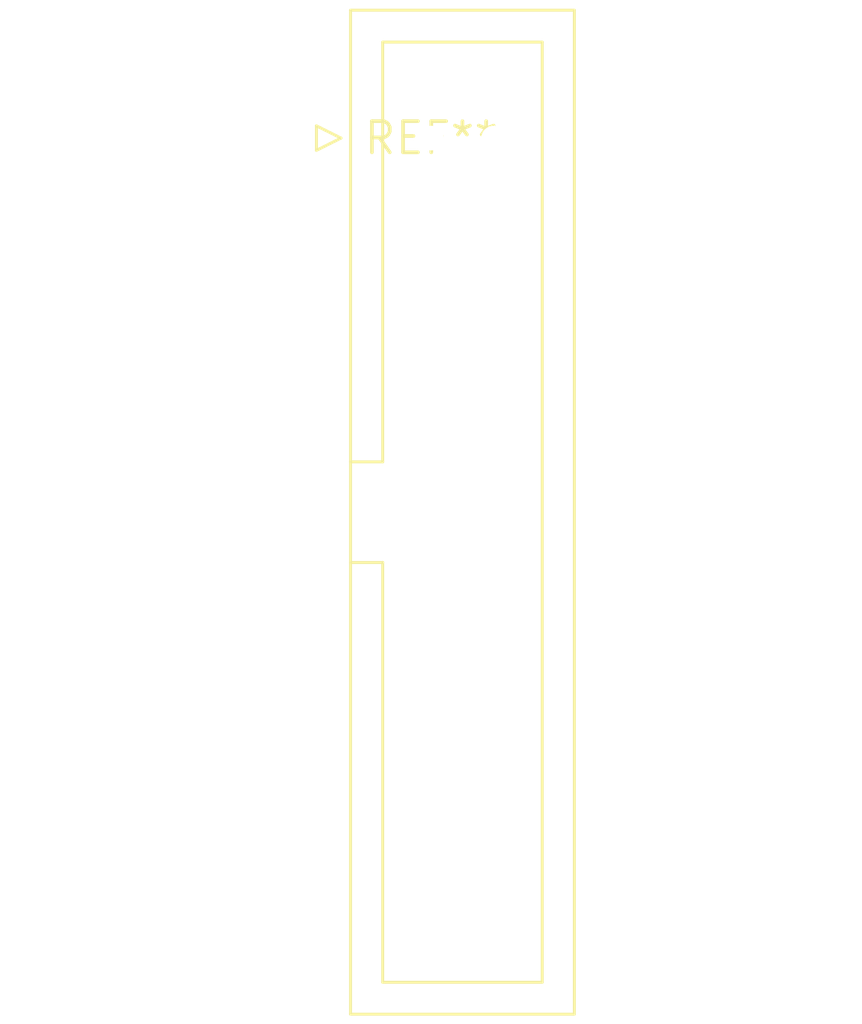
<source format=kicad_pcb>
(kicad_pcb (version 20240108) (generator pcbnew)
  (layers (0 "F.Cu" signal) (31 "B.Cu" signal) (34 "B.Paste" user) (35 "F.Paste" user) (36 "B.SilkS" user "B.Silkscreen") (37 "F.SilkS" user "F.Silkscreen") (38 "B.Mask" user) (39 "F.Mask" user) (44 "Edge.Cuts" user))
  (net 0 "")
  (footprint "IDC-Header_2x13_P2.54mm_Vertical" (layer "F.Cu") (at 0 0)
    (property "Reference" "REF**")
    (property "Value" "IDC-Header_2x13_P2.54mm_Vertical")
    (fp_line (start -4.68 -0.5) (end -4.68 0.5) (layer "F.SilkS") (stroke (width 0.12)))
    (fp_line (start -4.68 0.5) (end -3.68 0) (layer "F.SilkS") (stroke (width 0.12)))
    (fp_line (start -3.68 0) (end -4.68 -0.5) (layer "F.SilkS") (stroke (width 0.12)))
    (fp_line (start -3.29 -5.21) (end 5.83 -5.21) (layer "F.SilkS") (stroke (width 0.12)))
    (fp_line (start -3.29 13.19) (end -1.98 13.19) (layer "F.SilkS") (stroke (width 0.12)))
    (fp_line (start -3.29 35.69) (end -3.29 -5.21) (layer "F.SilkS") (stroke (width 0.12)))
    (fp_line (start -1.98 -3.91) (end 4.52 -3.91) (layer "F.SilkS") (stroke (width 0.12)))
    (fp_line (start -1.98 13.19) (end -1.98 -3.91) (layer "F.SilkS") (stroke (width 0.12)))
    (fp_line (start -1.98 17.29) (end -3.29 17.29) (layer "F.SilkS") (stroke (width 0.12)))
    (fp_line (start -1.98 17.29) (end -1.98 17.29) (layer "F.SilkS") (stroke (width 0.12)))
    (fp_line (start -1.98 34.39) (end -1.98 17.29) (layer "F.SilkS") (stroke (width 0.12)))
    (fp_line (start 4.52 -3.91) (end 4.52 34.39) (layer "F.SilkS") (stroke (width 0.12)))
    (fp_line (start 4.52 34.39) (end -1.98 34.39) (layer "F.SilkS") (stroke (width 0.12)))
    (fp_line (start 5.83 -5.21) (end 5.83 35.69) (layer "F.SilkS") (stroke (width 0.12)))
    (fp_line (start 5.83 35.69) (end -3.29 35.69) (layer "F.SilkS") (stroke (width 0.12)))
    (pad "1" thru_hole roundrect (at 0 0) (size 1.7 1.7) (drill 1) (layers *.Cu *.Mask) (remove_unused_layers) (roundrect_rratio 0.147059))
    (pad "2" thru_hole circle (at 2.54 0) (size 1.7 1.7) (drill 1) (layers *.Cu *.Mask) (remove_unused_layers))
    (pad "3" thru_hole circle (at 0 2.54) (size 1.7 1.7) (drill 1) (layers *.Cu *.Mask) (remove_unused_layers))
    (pad "4" thru_hole circle (at 2.54 2.54) (size 1.7 1.7) (drill 1) (layers *.Cu *.Mask) (remove_unused_layers))
    (pad "5" thru_hole circle (at 0 5.08) (size 1.7 1.7) (drill 1) (layers *.Cu *.Mask) (remove_unused_layers))
    (pad "6" thru_hole circle (at 2.54 5.08) (size 1.7 1.7) (drill 1) (layers *.Cu *.Mask) (remove_unused_layers))
    (pad "7" thru_hole circle (at 0 7.62) (size 1.7 1.7) (drill 1) (layers *.Cu *.Mask) (remove_unused_layers))
    (pad "8" thru_hole circle (at 2.54 7.62) (size 1.7 1.7) (drill 1) (layers *.Cu *.Mask) (remove_unused_layers))
    (pad "9" thru_hole circle (at 0 10.16) (size 1.7 1.7) (drill 1) (layers *.Cu *.Mask) (remove_unused_layers))
    (pad "10" thru_hole circle (at 2.54 10.16) (size 1.7 1.7) (drill 1) (layers *.Cu *.Mask) (remove_unused_layers))
    (pad "11" thru_hole circle (at 0 12.7) (size 1.7 1.7) (drill 1) (layers *.Cu *.Mask) (remove_unused_layers))
    (pad "12" thru_hole circle (at 2.54 12.7) (size 1.7 1.7) (drill 1) (layers *.Cu *.Mask) (remove_unused_layers))
    (pad "13" thru_hole circle (at 0 15.24) (size 1.7 1.7) (drill 1) (layers *.Cu *.Mask) (remove_unused_layers))
    (pad "14" thru_hole circle (at 2.54 15.24) (size 1.7 1.7) (drill 1) (layers *.Cu *.Mask) (remove_unused_layers))
    (pad "15" thru_hole circle (at 0 17.78) (size 1.7 1.7) (drill 1) (layers *.Cu *.Mask) (remove_unused_layers))
    (pad "16" thru_hole circle (at 2.54 17.78) (size 1.7 1.7) (drill 1) (layers *.Cu *.Mask) (remove_unused_layers))
    (pad "17" thru_hole circle (at 0 20.32) (size 1.7 1.7) (drill 1) (layers *.Cu *.Mask) (remove_unused_layers))
    (pad "18" thru_hole circle (at 2.54 20.32) (size 1.7 1.7) (drill 1) (layers *.Cu *.Mask) (remove_unused_layers))
    (pad "19" thru_hole circle (at 0 22.86) (size 1.7 1.7) (drill 1) (layers *.Cu *.Mask) (remove_unused_layers))
    (pad "20" thru_hole circle (at 2.54 22.86) (size 1.7 1.7) (drill 1) (layers *.Cu *.Mask) (remove_unused_layers))
    (pad "21" thru_hole circle (at 0 25.4) (size 1.7 1.7) (drill 1) (layers *.Cu *.Mask) (remove_unused_layers))
    (pad "22" thru_hole circle (at 2.54 25.4) (size 1.7 1.7) (drill 1) (layers *.Cu *.Mask) (remove_unused_layers))
    (pad "23" thru_hole circle (at 0 27.94) (size 1.7 1.7) (drill 1) (layers *.Cu *.Mask) (remove_unused_layers))
    (pad "24" thru_hole circle (at 2.54 27.94) (size 1.7 1.7) (drill 1) (layers *.Cu *.Mask) (remove_unused_layers))
    (pad "25" thru_hole circle (at 0 30.48) (size 1.7 1.7) (drill 1) (layers *.Cu *.Mask) (remove_unused_layers))
    (pad "26" thru_hole circle (at 2.54 30.48) (size 1.7 1.7) (drill 1) (layers *.Cu *.Mask) (remove_unused_layers))
  )
)
</source>
